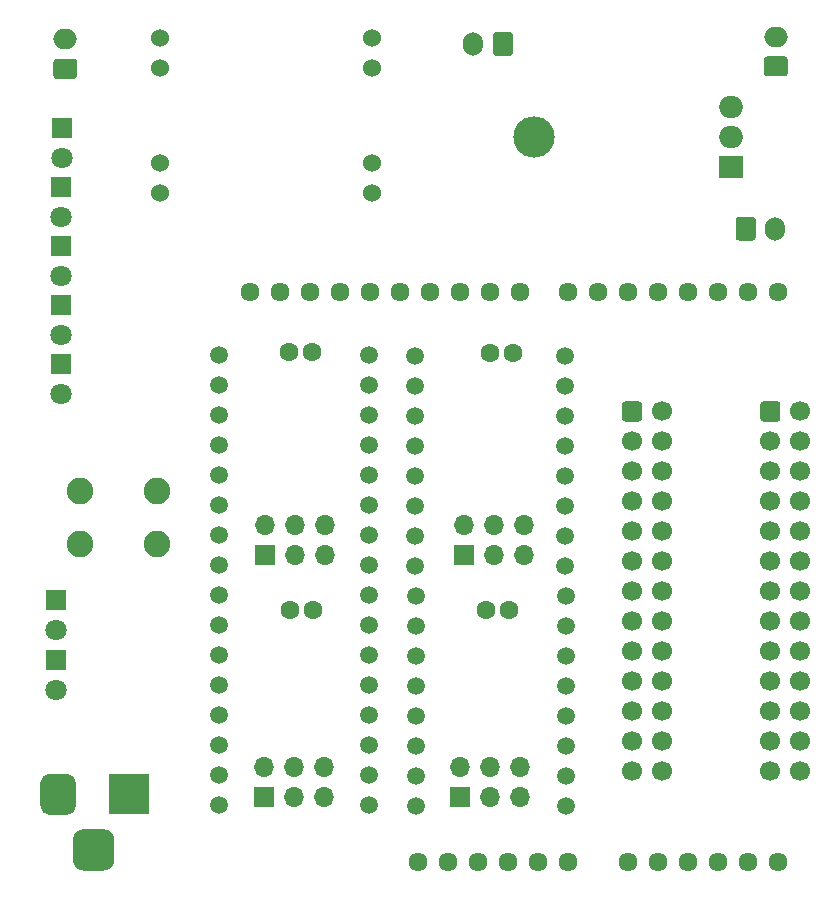
<source format=gbs>
%TF.GenerationSoftware,KiCad,Pcbnew,5.1.6-c6e7f7d~87~ubuntu20.04.1*%
%TF.CreationDate,2021-12-05T16:45:17+01:00*%
%TF.ProjectId,sb-cnc-shield,73622d63-6e63-42d7-9368-69656c642e6b,rev?*%
%TF.SameCoordinates,Original*%
%TF.FileFunction,Soldermask,Bot*%
%TF.FilePolarity,Negative*%
%FSLAX46Y46*%
G04 Gerber Fmt 4.6, Leading zero omitted, Abs format (unit mm)*
G04 Created by KiCad (PCBNEW 5.1.6-c6e7f7d~87~ubuntu20.04.1) date 2021-12-05 16:45:17*
%MOMM*%
%LPD*%
G01*
G04 APERTURE LIST*
%ADD10C,1.700000*%
%ADD11O,3.500000X3.500000*%
%ADD12R,2.000000X1.905000*%
%ADD13O,2.000000X1.905000*%
%ADD14O,2.000000X1.700000*%
%ADD15C,1.610000*%
%ADD16C,2.250000*%
%ADD17C,1.510000*%
%ADD18R,3.500000X3.500000*%
%ADD19C,1.600000*%
%ADD20O,1.700000X2.000000*%
%ADD21R,1.700000X1.700000*%
%ADD22O,1.700000X1.700000*%
%ADD23C,1.524000*%
%ADD24C,1.800000*%
%ADD25R,1.800000X1.800000*%
G04 APERTURE END LIST*
D10*
%TO.C,conn26_0*%
X179283000Y-109480000D03*
X179283000Y-106940000D03*
X179283000Y-104400000D03*
X179283000Y-101860000D03*
X179283000Y-99320000D03*
X179283000Y-96780000D03*
X179283000Y-94240000D03*
X179283000Y-91700000D03*
X179283000Y-89160000D03*
X179283000Y-86620000D03*
X179283000Y-84080000D03*
X179283000Y-81540000D03*
X179283000Y-79000000D03*
X176743000Y-109480000D03*
X176743000Y-106940000D03*
X176743000Y-104400000D03*
X176743000Y-101860000D03*
X176743000Y-99320000D03*
X176743000Y-96780000D03*
X176743000Y-94240000D03*
X176743000Y-91700000D03*
X176743000Y-89160000D03*
X176743000Y-86620000D03*
X176743000Y-84080000D03*
X176743000Y-81540000D03*
G36*
G01*
X175893000Y-79600000D02*
X175893000Y-78400000D01*
G75*
G02*
X176143000Y-78150000I250000J0D01*
G01*
X177343000Y-78150000D01*
G75*
G02*
X177593000Y-78400000I0J-250000D01*
G01*
X177593000Y-79600000D01*
G75*
G02*
X177343000Y-79850000I-250000J0D01*
G01*
X176143000Y-79850000D01*
G75*
G02*
X175893000Y-79600000I0J250000D01*
G01*
G37*
%TD*%
%TO.C,conn26_1*%
G36*
G01*
X164180000Y-79600000D02*
X164180000Y-78400000D01*
G75*
G02*
X164430000Y-78150000I250000J0D01*
G01*
X165630000Y-78150000D01*
G75*
G02*
X165880000Y-78400000I0J-250000D01*
G01*
X165880000Y-79600000D01*
G75*
G02*
X165630000Y-79850000I-250000J0D01*
G01*
X164430000Y-79850000D01*
G75*
G02*
X164180000Y-79600000I0J250000D01*
G01*
G37*
X165030000Y-81540000D03*
X165030000Y-84080000D03*
X165030000Y-86620000D03*
X165030000Y-89160000D03*
X165030000Y-91700000D03*
X165030000Y-94240000D03*
X165030000Y-96780000D03*
X165030000Y-99320000D03*
X165030000Y-101860000D03*
X165030000Y-104400000D03*
X165030000Y-106940000D03*
X165030000Y-109480000D03*
X167570000Y-79000000D03*
X167570000Y-81540000D03*
X167570000Y-84080000D03*
X167570000Y-86620000D03*
X167570000Y-89160000D03*
X167570000Y-91700000D03*
X167570000Y-94240000D03*
X167570000Y-96780000D03*
X167570000Y-99320000D03*
X167570000Y-101860000D03*
X167570000Y-104400000D03*
X167570000Y-106940000D03*
X167570000Y-109480000D03*
%TD*%
D11*
%TO.C,Q0*%
X156720000Y-55727600D03*
D12*
X173380000Y-58267600D03*
D13*
X173380000Y-55727600D03*
X173380000Y-53187600D03*
%TD*%
%TO.C,pi_5V1*%
G36*
G01*
X117790000Y-50850000D02*
X116290000Y-50850000D01*
G75*
G02*
X116040000Y-50600000I0J250000D01*
G01*
X116040000Y-49400000D01*
G75*
G02*
X116290000Y-49150000I250000J0D01*
G01*
X117790000Y-49150000D01*
G75*
G02*
X118040000Y-49400000I0J-250000D01*
G01*
X118040000Y-50600000D01*
G75*
G02*
X117790000Y-50850000I-250000J0D01*
G01*
G37*
D14*
X117040000Y-47500000D03*
%TD*%
D15*
%TO.C,U1*%
X177358000Y-117180000D03*
X174818000Y-117180000D03*
X172278000Y-117180000D03*
X164658000Y-117180000D03*
X167198000Y-117180000D03*
X169738000Y-117180000D03*
X159578000Y-117180000D03*
X157038000Y-117180000D03*
X154498000Y-117180000D03*
X149418000Y-117180000D03*
X146878000Y-117180000D03*
X177358000Y-68920000D03*
X174818000Y-68920000D03*
X172278000Y-68920000D03*
X169738000Y-68920000D03*
X167198000Y-68920000D03*
X164658000Y-68920000D03*
X162118000Y-68920000D03*
X159578000Y-68920000D03*
X155514000Y-68920000D03*
X152974000Y-68920000D03*
X150434000Y-68920000D03*
X147894000Y-68920000D03*
X145354000Y-68920000D03*
X142814000Y-68920000D03*
X140274000Y-68920000D03*
X137734000Y-68920000D03*
X151958000Y-117180000D03*
X135194000Y-68920000D03*
X132654000Y-68920000D03*
%TD*%
D16*
%TO.C,SW1*%
X118273000Y-90231000D03*
X124773000Y-90231000D03*
X118273000Y-85731000D03*
X124773000Y-85731000D03*
%TD*%
D17*
%TO.C,U2*%
X130033000Y-74229000D03*
X130033000Y-76769000D03*
X130033000Y-79309000D03*
X130033000Y-81849000D03*
X130033000Y-84389000D03*
X130033000Y-86929000D03*
X130033000Y-89469000D03*
X130033000Y-92009000D03*
X142733000Y-92009000D03*
X142733000Y-89469000D03*
X142733000Y-86929000D03*
X142733000Y-84389000D03*
X142733000Y-81849000D03*
X142733000Y-79309000D03*
X142733000Y-76769000D03*
X142733000Y-74229000D03*
%TD*%
%TO.C,U4*%
X130033000Y-94549000D03*
X130033000Y-97089000D03*
X130033000Y-99629000D03*
X130033000Y-102169000D03*
X130033000Y-104709000D03*
X130033000Y-107249000D03*
X130033000Y-109789000D03*
X130033000Y-112329000D03*
X142733000Y-112329000D03*
X142733000Y-109789000D03*
X142733000Y-107249000D03*
X142733000Y-104709000D03*
X142733000Y-102169000D03*
X142733000Y-99629000D03*
X142733000Y-97089000D03*
X142733000Y-94549000D03*
%TD*%
%TO.C,U5*%
X146746000Y-94625200D03*
X146746000Y-97165200D03*
X146746000Y-99705200D03*
X146746000Y-102245200D03*
X146746000Y-104785200D03*
X146746000Y-107325200D03*
X146746000Y-109865200D03*
X146746000Y-112405200D03*
X159446000Y-112405200D03*
X159446000Y-109865200D03*
X159446000Y-107325200D03*
X159446000Y-104785200D03*
X159446000Y-102245200D03*
X159446000Y-99705200D03*
X159446000Y-97165200D03*
X159446000Y-94625200D03*
%TD*%
%TO.C,U3*%
X146670000Y-74305200D03*
X146670000Y-76845200D03*
X146670000Y-79385200D03*
X146670000Y-81925200D03*
X146670000Y-84465200D03*
X146670000Y-87005200D03*
X146670000Y-89545200D03*
X146670000Y-92085200D03*
X159370000Y-92085200D03*
X159370000Y-89545200D03*
X159370000Y-87005200D03*
X159370000Y-84465200D03*
X159370000Y-81925200D03*
X159370000Y-79385200D03*
X159370000Y-76845200D03*
X159370000Y-74305200D03*
%TD*%
D18*
%TO.C,P8*%
X122438000Y-111420000D03*
G36*
G01*
X114938000Y-112420000D02*
X114938000Y-110420000D01*
G75*
G02*
X115688000Y-109670000I750000J0D01*
G01*
X117188000Y-109670000D01*
G75*
G02*
X117938000Y-110420000I0J-750000D01*
G01*
X117938000Y-112420000D01*
G75*
G02*
X117188000Y-113170000I-750000J0D01*
G01*
X115688000Y-113170000D01*
G75*
G02*
X114938000Y-112420000I0J750000D01*
G01*
G37*
G36*
G01*
X117688000Y-116995000D02*
X117688000Y-115245000D01*
G75*
G02*
X118563000Y-114370000I875000J0D01*
G01*
X120313000Y-114370000D01*
G75*
G02*
X121188000Y-115245000I0J-875000D01*
G01*
X121188000Y-116995000D01*
G75*
G02*
X120313000Y-117870000I-875000J0D01*
G01*
X118563000Y-117870000D01*
G75*
G02*
X117688000Y-116995000I0J875000D01*
G01*
G37*
%TD*%
D19*
%TO.C,C1*%
X135956000Y-73980100D03*
X137956000Y-73980100D03*
%TD*%
%TO.C,C2*%
X154989000Y-74051200D03*
X152989000Y-74051200D03*
%TD*%
%TO.C,C3*%
X136052000Y-95778400D03*
X138052000Y-95778400D03*
%TD*%
%TO.C,C4*%
X154633000Y-95778400D03*
X152633000Y-95778400D03*
%TD*%
%TO.C,l_pwr1*%
G36*
G01*
X177940000Y-50634000D02*
X176440000Y-50634000D01*
G75*
G02*
X176190000Y-50384000I0J250000D01*
G01*
X176190000Y-49184000D01*
G75*
G02*
X176440000Y-48934000I250000J0D01*
G01*
X177940000Y-48934000D01*
G75*
G02*
X178190000Y-49184000I0J-250000D01*
G01*
X178190000Y-50384000D01*
G75*
G02*
X177940000Y-50634000I-250000J0D01*
G01*
G37*
D14*
X177190000Y-47284000D03*
%TD*%
D20*
%TO.C,Pump1*%
X177150000Y-63525400D03*
G36*
G01*
X173800000Y-64275400D02*
X173800000Y-62775400D01*
G75*
G02*
X174050000Y-62525400I250000J0D01*
G01*
X175250000Y-62525400D01*
G75*
G02*
X175500000Y-62775400I0J-250000D01*
G01*
X175500000Y-64275400D01*
G75*
G02*
X175250000Y-64525400I-250000J0D01*
G01*
X174050000Y-64525400D01*
G75*
G02*
X173800000Y-64275400I0J250000D01*
G01*
G37*
%TD*%
D21*
%TO.C,MSA1*%
X150480000Y-111643000D03*
D22*
X150480000Y-109103000D03*
X153020000Y-111643000D03*
X153020000Y-109103000D03*
X155560000Y-111643000D03*
X155560000Y-109103000D03*
%TD*%
D21*
%TO.C,MSY1*%
X150835000Y-91145400D03*
D22*
X150835000Y-88605400D03*
X153375000Y-91145400D03*
X153375000Y-88605400D03*
X155915000Y-91145400D03*
X155915000Y-88605400D03*
%TD*%
%TO.C,MSZ1*%
X138923000Y-109129000D03*
X138923000Y-111669000D03*
X136383000Y-109129000D03*
X136383000Y-111669000D03*
X133843000Y-109129000D03*
D21*
X133843000Y-111669000D03*
%TD*%
%TO.C,MSX1*%
X133945000Y-91145400D03*
D22*
X133945000Y-88605400D03*
X136485000Y-91145400D03*
X136485000Y-88605400D03*
X139025000Y-91145400D03*
X139025000Y-88605400D03*
%TD*%
D23*
%TO.C,MP1584EN_DC-DC1*%
X143036000Y-47384200D03*
X143036000Y-49924200D03*
X143036000Y-57924200D03*
X143036000Y-60464200D03*
X125036000Y-57924200D03*
X125036000Y-60464200D03*
X125036000Y-49924200D03*
X125036000Y-47384200D03*
%TD*%
D24*
%TO.C,Pled1*%
X116677000Y-77540000D03*
D25*
X116677000Y-75000000D03*
%TD*%
%TO.C,Vled1*%
X116266000Y-95000000D03*
D24*
X116266000Y-97540000D03*
%TD*%
%TO.C,ledA1*%
X116677000Y-72540000D03*
D25*
X116677000Y-70000000D03*
%TD*%
%TO.C,V_led1*%
X116291000Y-100000000D03*
D24*
X116291000Y-102540000D03*
%TD*%
%TO.C,ledX1*%
X116743000Y-57540000D03*
D25*
X116743000Y-55000000D03*
%TD*%
%TO.C,ledY1*%
X116677000Y-60000000D03*
D24*
X116677000Y-62540000D03*
%TD*%
D25*
%TO.C,ledZ1*%
X116677000Y-65000000D03*
D24*
X116677000Y-67540000D03*
%TD*%
%TO.C,P10*%
G36*
G01*
X154952000Y-47129000D02*
X154952000Y-48629000D01*
G75*
G02*
X154702000Y-48879000I-250000J0D01*
G01*
X153502000Y-48879000D01*
G75*
G02*
X153252000Y-48629000I0J250000D01*
G01*
X153252000Y-47129000D01*
G75*
G02*
X153502000Y-46879000I250000J0D01*
G01*
X154702000Y-46879000D01*
G75*
G02*
X154952000Y-47129000I0J-250000D01*
G01*
G37*
D20*
X151602000Y-47879000D03*
%TD*%
M02*

</source>
